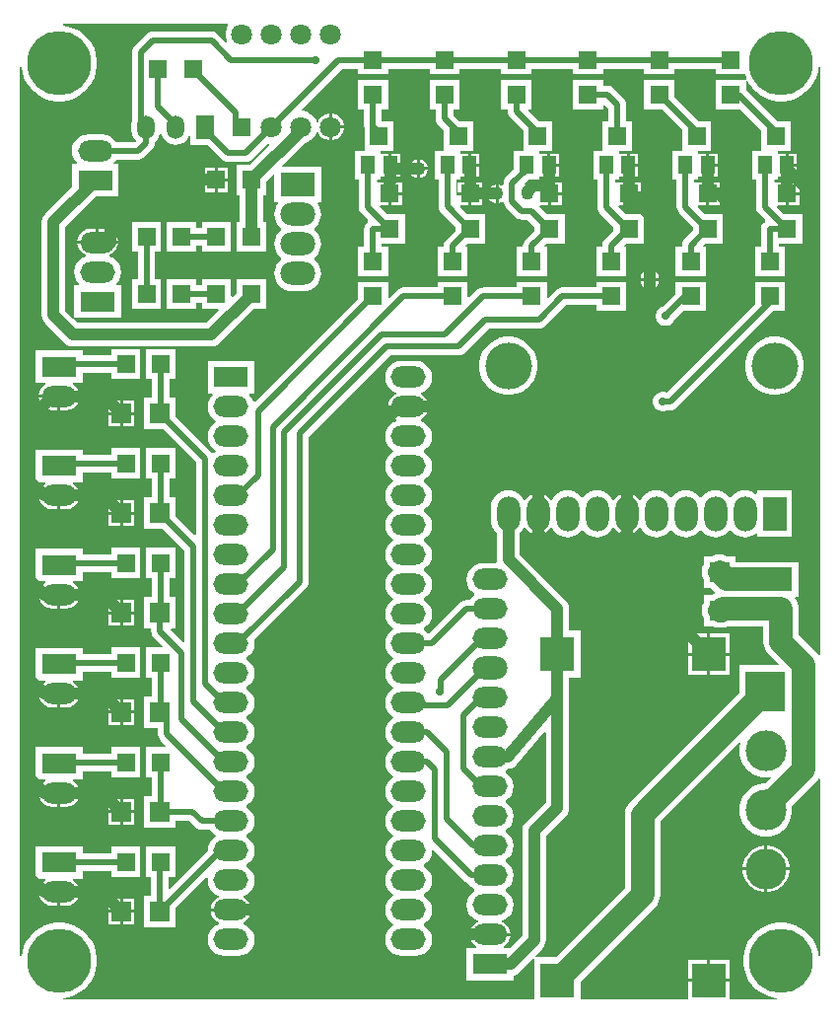
<source format=gtl>
G04*
G04 #@! TF.GenerationSoftware,Altium Limited,Altium Designer,21.3.2 (30)*
G04*
G04 Layer_Physical_Order=1*
G04 Layer_Color=255*
%FSTAX24Y24*%
%MOIN*%
G70*
G04*
G04 #@! TF.SameCoordinates,B2E6FB57-DAF8-471C-B04C-D09EA4292E56*
G04*
G04*
G04 #@! TF.FilePolarity,Positive*
G04*
G01*
G75*
%ADD15R,0.0669X0.0669*%
%ADD16R,0.0591X0.0630*%
%ADD17R,0.0630X0.0591*%
%ADD18R,0.0472X0.0591*%
%ADD19R,0.0591X0.0591*%
%ADD20R,0.0669X0.0669*%
%ADD45C,0.0787*%
%ADD46C,0.0394*%
%ADD47C,0.0197*%
%ADD48C,0.1575*%
%ADD49R,0.0787X0.1181*%
%ADD50O,0.0787X0.1181*%
%ADD51R,0.1181X0.1181*%
%ADD52O,0.1181X0.0709*%
%ADD53R,0.1181X0.0709*%
%ADD54O,0.1181X0.0709*%
%ADD55R,0.1181X0.0709*%
%ADD56O,0.1181X0.0787*%
%ADD57R,0.1181X0.0787*%
%ADD58O,0.0591X0.0787*%
%ADD59R,0.0591X0.0787*%
%ADD60C,0.0709*%
%ADD61C,0.1378*%
%ADD62R,0.1378X0.1378*%
%ADD63C,0.2165*%
%ADD64C,0.0276*%
%ADD65C,0.0433*%
G36*
X007289Y033163D02*
X007238Y033075D01*
X007201Y032935D01*
Y03279D01*
X007238Y032649D01*
X007246Y032635D01*
X007206Y032605D01*
X006941Y032871D01*
X006879Y032918D01*
X006807Y032948D01*
X00673Y032958D01*
X00474D01*
X00474Y032958D01*
X004663Y032948D01*
X004591Y032918D01*
X004529Y032871D01*
X004529Y032871D01*
X004119Y032461D01*
X004072Y032399D01*
X004042Y032327D01*
X004032Y03225D01*
Y030002D01*
X004037Y029963D01*
X004032Y029951D01*
X004015Y029823D01*
Y029626D01*
X004032Y029498D01*
X004082Y029378D01*
X004161Y029275D01*
X004161Y029269D01*
X004127Y029235D01*
X003498D01*
X003425Y02933D01*
X003309Y029418D01*
X003175Y029474D01*
X003031Y029493D01*
X002559D01*
X002415Y029474D01*
X002281Y029418D01*
X002166Y02933D01*
X002078Y029215D01*
X002022Y029081D01*
X002003Y028937D01*
X002022Y028793D01*
X002078Y028659D01*
X002166Y028544D01*
X002177Y028536D01*
X002161Y028488D01*
X002008D01*
Y027711D01*
X001097Y0268D01*
X001034Y026718D01*
X000994Y026622D01*
X000981Y02652D01*
Y023378D01*
X000994Y023276D01*
X001034Y02318D01*
X001097Y023098D01*
X001759Y022436D01*
X001841Y022373D01*
X001937Y022333D01*
X00204Y022319D01*
X006713D01*
X006815Y022333D01*
X006911Y022373D01*
X006993Y022436D01*
X00814Y023583D01*
X008563D01*
Y024606D01*
X007579D01*
Y024144D01*
X007428Y023994D01*
X007382Y024013D01*
Y024606D01*
X006398D01*
Y024392D01*
X006201D01*
Y024606D01*
X005217D01*
Y023583D01*
X006201D01*
Y023797D01*
X006398D01*
Y023583D01*
X006952D01*
X006971Y023537D01*
X006548Y023114D01*
X002204D01*
X002069Y023248D01*
X002097Y023291D01*
X002132Y023291D01*
X003661D01*
Y024394D01*
X003509D01*
X003492Y024441D01*
X003503Y024449D01*
X003592Y024565D01*
X003647Y024699D01*
X003666Y024843D01*
X003647Y024986D01*
X003592Y02512D01*
X003503Y025236D01*
X003388Y025324D01*
X003282Y025368D01*
Y025422D01*
X003339Y025446D01*
X003434Y025518D01*
X003507Y025613D01*
X003553Y025724D01*
X003562Y025793D01*
X002874D01*
X002186D01*
X002195Y025724D01*
X002241Y025613D01*
X002314Y025518D01*
X002409Y025446D01*
X002466Y025422D01*
Y025368D01*
X00236Y025324D01*
X002245Y025236D01*
X002156Y02512D01*
X002101Y024986D01*
X002082Y024843D01*
X002101Y024699D01*
X002156Y024565D01*
X002245Y024449D01*
X002256Y024441D01*
X00224Y024394D01*
X002087D01*
Y02334D01*
X002087Y023302D01*
X002044Y023274D01*
X001775Y023543D01*
Y026355D01*
X002806Y027386D01*
X003583D01*
Y028488D01*
X00343D01*
X003414Y028536D01*
X003425Y028544D01*
X003498Y028639D01*
X00425D01*
X004327Y028649D01*
X004399Y028679D01*
X004461Y028726D01*
X004722Y028988D01*
X004722Y028988D01*
X00477Y02905D01*
X0048Y029122D01*
X00481Y029199D01*
X00481Y029199D01*
Y029234D01*
X004863Y029275D01*
X004942Y029378D01*
X004986Y029485D01*
X004986Y029485D01*
X005037D01*
X005038Y029485D01*
X005082Y029378D01*
X005161Y029275D01*
X005264Y029196D01*
X005383Y029147D01*
X005512Y02913D01*
X00564Y029147D01*
X00576Y029196D01*
X005863Y029275D01*
X005942Y029378D01*
X00597Y029445D01*
X00602Y029435D01*
Y029134D01*
X006583D01*
X007069Y028648D01*
X007131Y0286D01*
X007202Y028571D01*
X00728Y02856D01*
X007882D01*
X007959Y028571D01*
X008031Y0286D01*
X008093Y028648D01*
X008627Y029182D01*
X008661Y029175D01*
X008681Y029125D01*
X008021Y028465D01*
X007579D01*
Y027441D01*
X007674D01*
Y02698D01*
X007674Y026535D01*
X007579D01*
Y025512D01*
X008563D01*
Y026535D01*
X008503D01*
X008468Y026571D01*
X008468Y02698D01*
X008468Y02698D01*
X008468Y02698D01*
Y027441D01*
X008563D01*
Y027883D01*
X008812Y028132D01*
X008858Y028113D01*
Y027197D01*
X008962D01*
X008984Y027152D01*
X008955Y027117D01*
X008901Y027014D01*
X008867Y026903D01*
X008855Y026787D01*
X008867Y026672D01*
X008901Y02656D01*
X008955Y026458D01*
X009029Y026368D01*
X009088Y02632D01*
Y026255D01*
X009029Y026207D01*
X008955Y026117D01*
X008901Y026014D01*
X008867Y025903D01*
X008855Y025787D01*
X008867Y025672D01*
X008901Y02556D01*
X008955Y025458D01*
X009029Y025368D01*
X009088Y02532D01*
Y025255D01*
X009029Y025207D01*
X008955Y025117D01*
X008901Y025014D01*
X008867Y024903D01*
X008855Y024787D01*
X008867Y024672D01*
X008901Y02456D01*
X008955Y024458D01*
X009029Y024368D01*
X009119Y024294D01*
X009222Y024239D01*
X009333Y024205D01*
X009449Y024194D01*
X009843D01*
X009958Y024205D01*
X01007Y024239D01*
X010172Y024294D01*
X010262Y024368D01*
X010336Y024458D01*
X010391Y02456D01*
X010425Y024672D01*
X010436Y024787D01*
X010425Y024903D01*
X010391Y025014D01*
X010336Y025117D01*
X010262Y025207D01*
X010203Y025255D01*
Y02532D01*
X010262Y025368D01*
X010336Y025458D01*
X010391Y02556D01*
X010425Y025672D01*
X010436Y025787D01*
X010425Y025903D01*
X010391Y026014D01*
X010336Y026117D01*
X010262Y026207D01*
X010203Y026255D01*
Y02632D01*
X010262Y026368D01*
X010336Y026458D01*
X010391Y02656D01*
X010425Y026672D01*
X010436Y026787D01*
X010425Y026903D01*
X010391Y027014D01*
X010336Y027117D01*
X010308Y027152D01*
X010329Y027197D01*
X010433D01*
Y028378D01*
X009123D01*
X009104Y028424D01*
X009879Y0292D01*
X009965Y029223D01*
X01009Y029295D01*
X010193Y029398D01*
X010266Y029523D01*
X010277Y029566D01*
X010327D01*
X010329Y029561D01*
X010388Y029457D01*
X010473Y029373D01*
X010577Y029313D01*
X010692Y029282D01*
X010702D01*
Y029736D01*
Y030191D01*
X010692D01*
X010577Y03016D01*
X010473Y0301D01*
X010388Y030015D01*
X010329Y029912D01*
X010327Y029906D01*
X010277D01*
X010266Y029949D01*
X010193Y030075D01*
X01009Y030177D01*
X009965Y03025D01*
X009825Y030287D01*
X00979D01*
X009771Y030334D01*
X011147Y03171D01*
X011674D01*
Y031516D01*
X012698D01*
Y03171D01*
X014095D01*
Y031516D01*
X015119D01*
Y03171D01*
X016516D01*
Y031516D01*
X01754D01*
Y03171D01*
X018937D01*
Y031516D01*
X019961D01*
Y03171D01*
X021358D01*
Y031516D01*
X022382D01*
Y03171D01*
X02378D01*
Y031516D01*
X02476D01*
X024798Y031399D01*
X024816Y031363D01*
X024788Y031325D01*
X024788D01*
X024788Y031325D01*
X024788Y031325D01*
Y031325D01*
X024783Y031319D01*
X02478Y031319D01*
X024778Y031319D01*
X02378D01*
Y030335D01*
X024603D01*
X02532Y029618D01*
Y028937D01*
X025005D01*
Y027953D01*
X02514D01*
Y027023D01*
X02515Y026946D01*
X02518Y026874D01*
X025227Y026812D01*
X02544Y026599D01*
X025434Y026535D01*
X025401Y02651D01*
X025353Y026448D01*
X025323Y026376D01*
X025313Y026299D01*
Y025689D01*
X025099D01*
Y024705D01*
X026123D01*
Y025689D01*
X025909D01*
Y025807D01*
X026693D01*
Y026791D01*
X02609D01*
X025843Y027039D01*
X025862Y027085D01*
X026131D01*
Y02748D01*
Y027876D01*
X025781D01*
X025748Y027918D01*
X025759Y027953D01*
X025871D01*
Y02805D01*
X026136D01*
Y028445D01*
Y02884D01*
X025871D01*
Y028937D01*
X026304D01*
Y029921D01*
X025859D01*
X024803Y030977D01*
Y031277D01*
X024803Y031279D01*
X024814Y031282D01*
X024853Y031291D01*
X02489Y031219D01*
X025008Y031056D01*
X025151Y030914D01*
X025314Y030795D01*
X025493Y030704D01*
X025685Y030642D01*
X025884Y03061D01*
X026085D01*
X026284Y030642D01*
X026475Y030704D01*
X026655Y030795D01*
X026818Y030914D01*
X02696Y031056D01*
X027079Y031219D01*
X02717Y031399D01*
X027232Y03159D01*
X027257Y031749D01*
X027307Y031745D01*
Y011895D01*
X027257Y011882D01*
X027245Y011905D01*
X027172Y011995D01*
X026578Y012589D01*
Y013449D01*
X026566Y013565D01*
X026532Y013676D01*
X026478Y013779D01*
X026449Y013813D01*
X026471Y013858D01*
X026575D01*
Y015039D01*
X025816D01*
X025787Y015042D01*
X024429D01*
Y015236D01*
X024156D01*
X024125Y015253D01*
X024013Y015287D01*
X023898Y015298D01*
X023782Y015287D01*
X023671Y015253D01*
X023639Y015236D01*
X023366D01*
Y014963D01*
X023349Y014932D01*
X023316Y01482D01*
X023304Y014705D01*
X023316Y014589D01*
X023349Y014478D01*
X023366Y014446D01*
Y014173D01*
X02359D01*
X023734Y014029D01*
X023738Y014026D01*
X023726Y013971D01*
X023671Y013954D01*
X023639Y013937D01*
X023366D01*
Y013664D01*
X023349Y013633D01*
X023316Y013521D01*
X023304Y013406D01*
X023316Y01329D01*
X023349Y013178D01*
X023366Y013147D01*
Y012874D01*
X023639D01*
X023671Y012857D01*
X023782Y012823D01*
X023898Y012812D01*
X023972D01*
X024088Y012823D01*
X024193Y012855D01*
X025391D01*
Y012343D01*
X025402Y012227D01*
X025436Y012116D01*
X025491Y012013D01*
X025565Y011923D01*
X025894Y011593D01*
X025875Y011547D01*
X024567D01*
Y010615D01*
X02088Y006928D01*
X020806Y006838D01*
X020751Y006735D01*
X020717Y006624D01*
X020706Y006508D01*
Y004025D01*
X018371Y00169D01*
X017703D01*
X017682Y00174D01*
X017916Y001974D01*
X017979Y002057D01*
X018019Y002153D01*
X018032Y002255D01*
Y005787D01*
X018706Y006461D01*
X018769Y006543D01*
X018809Y006639D01*
X018822Y006742D01*
Y010438D01*
Y011139D01*
X01921D01*
Y012714D01*
X018822D01*
Y013459D01*
X018809Y013562D01*
X018769Y013658D01*
X018706Y01374D01*
X017157Y015289D01*
Y016031D01*
X017179Y01605D01*
X017253Y01614D01*
X017285Y016199D01*
X017289Y016201D01*
X017343Y016202D01*
X017408Y016117D01*
X017511Y016038D01*
X017631Y015988D01*
X01771Y015978D01*
Y016666D01*
Y017355D01*
X017631Y017344D01*
X017511Y017294D01*
X017408Y017215D01*
X017343Y017131D01*
X017289Y017132D01*
X017285Y017134D01*
X017253Y017193D01*
X017179Y017283D01*
X01709Y017357D01*
X016987Y017411D01*
X016876Y017445D01*
X01676Y017457D01*
X016644Y017445D01*
X016533Y017411D01*
X01643Y017357D01*
X01634Y017283D01*
X016266Y017193D01*
X016212Y01709D01*
X016178Y016979D01*
X016166Y016863D01*
Y016469D01*
X016178Y016354D01*
X016212Y016242D01*
X016266Y01614D01*
X01634Y01605D01*
X016363Y016031D01*
Y015125D01*
X016372Y015055D01*
X016334Y015006D01*
X01633Y015005D01*
X015906D01*
X015762Y014986D01*
X015628Y01493D01*
X015512Y014842D01*
X015424Y014727D01*
X015369Y014593D01*
X01535Y014449D01*
X015369Y014305D01*
X015424Y014171D01*
X015512Y014056D01*
X015613Y013978D01*
X015617Y013965D01*
Y013933D01*
X015613Y013919D01*
X015512Y013842D01*
X015439Y013747D01*
X01533D01*
X01533Y013747D01*
X015253Y013736D01*
X015181Y013707D01*
X015119Y013659D01*
X014095Y012635D01*
X014045Y012638D01*
X014015Y012677D01*
X013914Y012754D01*
X01391Y012767D01*
Y0128D01*
X013914Y012813D01*
X014015Y01289D01*
X014103Y013005D01*
X014159Y01314D01*
X014178Y013283D01*
X014159Y013427D01*
X014103Y013561D01*
X014015Y013677D01*
X013914Y013754D01*
X01391Y013767D01*
Y0138D01*
X013914Y013813D01*
X014015Y01389D01*
X014103Y014005D01*
X014159Y01414D01*
X014178Y014283D01*
X014159Y014427D01*
X014103Y014561D01*
X014015Y014677D01*
X013914Y014754D01*
X01391Y014767D01*
Y0148D01*
X013914Y014813D01*
X014015Y01489D01*
X014103Y015005D01*
X014159Y01514D01*
X014178Y015283D01*
X014159Y015427D01*
X014103Y015561D01*
X014015Y015677D01*
X013914Y015754D01*
X01391Y015767D01*
Y0158D01*
X013914Y015813D01*
X014015Y01589D01*
X014103Y016005D01*
X014159Y01614D01*
X014178Y016283D01*
X014159Y016427D01*
X014103Y016561D01*
X014015Y016677D01*
X013914Y016754D01*
X01391Y016767D01*
Y0168D01*
X013914Y016813D01*
X014015Y01689D01*
X014103Y017005D01*
X014159Y01714D01*
X014178Y017283D01*
X014159Y017427D01*
X014103Y017561D01*
X014015Y017677D01*
X013914Y017754D01*
X01391Y017767D01*
Y0178D01*
X013914Y017813D01*
X014015Y01789D01*
X014103Y018005D01*
X014159Y01814D01*
X014178Y018283D01*
X014159Y018427D01*
X014103Y018561D01*
X014015Y018677D01*
X013914Y018754D01*
X01391Y018767D01*
Y0188D01*
X013914Y018813D01*
X014015Y01889D01*
X014103Y019005D01*
X014159Y01914D01*
X014178Y019283D01*
X014159Y019427D01*
X014103Y019561D01*
X014015Y019677D01*
X0139Y019765D01*
X013794Y019809D01*
Y019863D01*
X013851Y019887D01*
X013946Y019959D01*
X014019Y020054D01*
X014065Y020165D01*
X014074Y020233D01*
X012698D01*
X012707Y020165D01*
X012753Y020054D01*
X012826Y019959D01*
X01292Y019887D01*
X012978Y019863D01*
Y019809D01*
X012872Y019765D01*
X012756Y019677D01*
X012668Y019561D01*
X012613Y019427D01*
X012594Y019283D01*
X012613Y01914D01*
X012668Y019005D01*
X012756Y01889D01*
X012857Y018813D01*
X012861Y0188D01*
Y018767D01*
X012857Y018754D01*
X012756Y018677D01*
X012668Y018561D01*
X012613Y018427D01*
X012594Y018283D01*
X012613Y01814D01*
X012668Y018005D01*
X012756Y01789D01*
X012857Y017813D01*
X012861Y0178D01*
Y017767D01*
X012857Y017754D01*
X012756Y017677D01*
X012668Y017561D01*
X012613Y017427D01*
X012594Y017283D01*
X012613Y01714D01*
X012668Y017005D01*
X012756Y01689D01*
X012857Y016813D01*
X012861Y0168D01*
Y016767D01*
X012857Y016754D01*
X012756Y016677D01*
X012668Y016561D01*
X012613Y016427D01*
X012594Y016283D01*
X012613Y01614D01*
X012668Y016005D01*
X012756Y01589D01*
X012857Y015813D01*
X012861Y0158D01*
Y015767D01*
X012857Y015754D01*
X012756Y015677D01*
X012668Y015561D01*
X012613Y015427D01*
X012594Y015283D01*
X012613Y01514D01*
X012668Y015005D01*
X012756Y01489D01*
X012857Y014813D01*
X012861Y0148D01*
Y014767D01*
X012857Y014754D01*
X012756Y014677D01*
X012668Y014561D01*
X012613Y014427D01*
X012594Y014283D01*
X012613Y01414D01*
X012668Y014005D01*
X012756Y01389D01*
X012857Y013813D01*
X012861Y0138D01*
Y013767D01*
X012857Y013754D01*
X012756Y013677D01*
X012668Y013561D01*
X012613Y013427D01*
X012594Y013283D01*
X012613Y01314D01*
X012668Y013005D01*
X012756Y01289D01*
X012857Y012813D01*
X012861Y0128D01*
Y012767D01*
X012857Y012754D01*
X012756Y012677D01*
X012668Y012561D01*
X012613Y012427D01*
X012594Y012283D01*
X012613Y01214D01*
X012668Y012005D01*
X012756Y01189D01*
X012857Y011813D01*
X012861Y0118D01*
Y011767D01*
X012857Y011754D01*
X012756Y011677D01*
X012668Y011561D01*
X012613Y011427D01*
X012594Y011283D01*
X012613Y01114D01*
X012668Y011005D01*
X012756Y01089D01*
X012857Y010813D01*
X012861Y0108D01*
Y010767D01*
X012857Y010754D01*
X012756Y010677D01*
X012668Y010561D01*
X012613Y010427D01*
X012594Y010283D01*
X012613Y01014D01*
X012668Y010005D01*
X012756Y00989D01*
X012857Y009813D01*
X012861Y0098D01*
Y009767D01*
X012857Y009754D01*
X012756Y009677D01*
X012668Y009561D01*
X012613Y009427D01*
X012594Y009283D01*
X012613Y00914D01*
X012668Y009005D01*
X012756Y00889D01*
X012857Y008813D01*
X012861Y0088D01*
Y008767D01*
X012857Y008754D01*
X012756Y008677D01*
X012668Y008561D01*
X012613Y008427D01*
X012594Y008283D01*
X012613Y00814D01*
X012668Y008005D01*
X012756Y00789D01*
X012857Y007813D01*
X012861Y0078D01*
Y007767D01*
X012857Y007754D01*
X012756Y007677D01*
X012668Y007561D01*
X012613Y007427D01*
X012594Y007283D01*
X012613Y00714D01*
X012668Y007005D01*
X012756Y00689D01*
X012857Y006813D01*
X012861Y0068D01*
Y006767D01*
X012857Y006754D01*
X012756Y006677D01*
X012668Y006561D01*
X012613Y006427D01*
X012594Y006283D01*
X012613Y00614D01*
X012668Y006005D01*
X012756Y00589D01*
X012857Y005813D01*
X012861Y0058D01*
Y005767D01*
X012857Y005754D01*
X012756Y005677D01*
X012668Y005561D01*
X012613Y005427D01*
X012594Y005283D01*
X012613Y00514D01*
X012668Y005005D01*
X012756Y00489D01*
X012857Y004813D01*
X012861Y0048D01*
Y004767D01*
X012857Y004754D01*
X012756Y004677D01*
X012668Y004561D01*
X012613Y004427D01*
X012594Y004283D01*
X012613Y00414D01*
X012668Y004005D01*
X012756Y00389D01*
X012857Y003813D01*
X012861Y0038D01*
Y003767D01*
X012857Y003754D01*
X012756Y003677D01*
X012668Y003561D01*
X012613Y003427D01*
X012594Y003283D01*
X012613Y00314D01*
X012668Y003005D01*
X012756Y00289D01*
X012857Y002813D01*
X012861Y0028D01*
Y002767D01*
X012857Y002754D01*
X012756Y002677D01*
X012668Y002561D01*
X012613Y002427D01*
X012594Y002283D01*
X012613Y00214D01*
X012668Y002005D01*
X012756Y00189D01*
X012872Y001802D01*
X013006Y001746D01*
X01315Y001728D01*
X013622D01*
X013766Y001746D01*
X0139Y001802D01*
X014015Y00189D01*
X014103Y002005D01*
X014159Y00214D01*
X014178Y002283D01*
X014159Y002427D01*
X014103Y002561D01*
X014015Y002677D01*
X013914Y002754D01*
X01391Y002767D01*
Y0028D01*
X013914Y002813D01*
X014015Y00289D01*
X014103Y003005D01*
X014159Y00314D01*
X014178Y003283D01*
X014159Y003427D01*
X014103Y003561D01*
X014015Y003677D01*
X013914Y003754D01*
X01391Y003767D01*
Y0038D01*
X013914Y003813D01*
X014015Y00389D01*
X014103Y004005D01*
X014159Y00414D01*
X014178Y004283D01*
X014159Y004427D01*
X014103Y004561D01*
X014015Y004677D01*
X013914Y004754D01*
X01391Y004767D01*
Y0048D01*
X013914Y004813D01*
X014015Y00489D01*
X014103Y005005D01*
X014159Y00514D01*
X014178Y005283D01*
X014175Y005309D01*
X014219Y005331D01*
X015312Y004238D01*
X015312Y004238D01*
X015374Y004191D01*
X015425Y00417D01*
X015512Y004056D01*
X015613Y003978D01*
X015617Y003965D01*
Y003933D01*
X015613Y003919D01*
X015512Y003842D01*
X015424Y003727D01*
X015369Y003593D01*
X01535Y003449D01*
X015369Y003305D01*
X015424Y003171D01*
X015512Y003056D01*
X015628Y002967D01*
X015734Y002923D01*
Y002869D01*
X015676Y002846D01*
X015581Y002773D01*
X015509Y002678D01*
X015463Y002567D01*
X015454Y002499D01*
X016142D01*
X01683D01*
X016821Y002567D01*
X016775Y002678D01*
X016702Y002773D01*
X016607Y002846D01*
X01655Y002869D01*
Y002923D01*
X016656Y002967D01*
X016771Y003056D01*
X016859Y003171D01*
X016915Y003305D01*
X016934Y003449D01*
X016915Y003593D01*
X016859Y003727D01*
X016771Y003842D01*
X01667Y003919D01*
X016666Y003933D01*
Y003965D01*
X01667Y003978D01*
X016771Y004056D01*
X016859Y004171D01*
X016915Y004305D01*
X016934Y004449D01*
X016915Y004593D01*
X016859Y004727D01*
X016771Y004842D01*
X01667Y004919D01*
X016666Y004933D01*
Y004965D01*
X01667Y004978D01*
X016771Y005056D01*
X016859Y005171D01*
X016915Y005305D01*
X016934Y005449D01*
X016915Y005593D01*
X016859Y005727D01*
X016771Y005842D01*
X01667Y005919D01*
X016666Y005933D01*
Y005965D01*
X01667Y005978D01*
X016771Y006056D01*
X016859Y006171D01*
X016915Y006305D01*
X016934Y006449D01*
X016915Y006593D01*
X016859Y006727D01*
X016771Y006842D01*
X01667Y006919D01*
X016666Y006933D01*
Y006965D01*
X01667Y006978D01*
X016771Y007056D01*
X016859Y007171D01*
X016915Y007305D01*
X016934Y007449D01*
X016915Y007593D01*
X016859Y007727D01*
X016771Y007842D01*
X01667Y007919D01*
X016666Y007933D01*
Y007965D01*
X01667Y007978D01*
X016769Y008054D01*
X016784Y008053D01*
X016818Y008061D01*
X016853Y008065D01*
X016869Y008072D01*
X016885Y008075D01*
X016916Y008092D01*
X016949Y008105D01*
X016962Y008115D01*
X016977Y008123D01*
X017003Y008147D01*
X017031Y008168D01*
X017041Y008182D01*
X017054Y008193D01*
X017981Y009294D01*
X018028Y009277D01*
Y006906D01*
X017354Y006233D01*
X017291Y00615D01*
X017252Y006055D01*
X017238Y005952D01*
Y00242D01*
X016818Y002D01*
X016612D01*
X016602Y00205D01*
X016607Y002052D01*
X016702Y002125D01*
X016775Y00222D01*
X016821Y00233D01*
X01683Y002399D01*
X016142D01*
X015454D01*
X015463Y00233D01*
X015509Y00222D01*
X015581Y002125D01*
X015676Y002052D01*
X015681Y00205D01*
X015671Y002D01*
X015354D01*
Y000898D01*
X016929D01*
Y001065D01*
X016932Y001065D01*
X017027Y001105D01*
X01711Y001168D01*
X017585Y001644D01*
X017635Y001623D01*
Y000252D01*
X00172D01*
X001716Y000302D01*
X001874Y000327D01*
X002066Y000389D01*
X002245Y00048D01*
X002408Y000599D01*
X002551Y000741D01*
X002669Y000904D01*
X002761Y001084D01*
X002823Y001275D01*
X002854Y001474D01*
Y001675D01*
X002823Y001874D01*
X002761Y002066D01*
X002669Y002245D01*
X002551Y002408D01*
X002408Y002551D01*
X002245Y002669D01*
X002066Y002761D01*
X001874Y002823D01*
X001675Y002854D01*
X001474D01*
X001275Y002823D01*
X001084Y002761D01*
X000904Y002669D01*
X000741Y002551D01*
X000599Y002408D01*
X00048Y002245D01*
X000389Y002066D01*
X000327Y001874D01*
X000302Y001716D01*
X000252Y00172D01*
Y031745D01*
X000302Y031749D01*
X000327Y03159D01*
X000389Y031399D01*
X00048Y031219D01*
X000599Y031056D01*
X000741Y030914D01*
X000904Y030795D01*
X001084Y030704D01*
X001275Y030642D01*
X001474Y03061D01*
X001675D01*
X001874Y030642D01*
X002066Y030704D01*
X002245Y030795D01*
X002408Y030914D01*
X002551Y031056D01*
X002669Y031219D01*
X002761Y031399D01*
X002823Y03159D01*
X002854Y031789D01*
Y03199D01*
X002823Y032189D01*
X002761Y032381D01*
X002669Y03256D01*
X002551Y032723D01*
X002408Y032866D01*
X002245Y032984D01*
X002066Y033076D01*
X001874Y033138D01*
X001716Y033163D01*
X00172Y033213D01*
X00726D01*
X007289Y033163D01*
D02*
G37*
G36*
X024622Y008922D02*
X024621Y00892D01*
X024587Y008749D01*
Y008574D01*
X024621Y008403D01*
X024687Y008242D01*
X024784Y008097D01*
X024908Y007973D01*
X025053Y007876D01*
X025214Y00781D01*
X025385Y007776D01*
X02556D01*
X025603Y007784D01*
X025626Y00774D01*
X025433Y007547D01*
X025385D01*
X025214Y007513D01*
X025053Y007446D01*
X024908Y007349D01*
X024784Y007226D01*
X024687Y007081D01*
X024621Y00692D01*
X024587Y006749D01*
Y006574D01*
X024621Y006403D01*
X024687Y006242D01*
X024784Y006097D01*
X024908Y005973D01*
X025053Y005876D01*
X025214Y00581D01*
X025385Y005776D01*
X02556D01*
X025731Y00581D01*
X025892Y005876D01*
X026037Y005973D01*
X026161Y006097D01*
X026257Y006242D01*
X026324Y006403D01*
X026358Y006574D01*
Y006749D01*
X026351Y006786D01*
X027172Y007607D01*
X027245Y007697D01*
X027257Y007719D01*
X027307Y007707D01*
Y00172D01*
X027257Y001716D01*
X027232Y001874D01*
X02717Y002066D01*
X027079Y002245D01*
X02696Y002408D01*
X026818Y002551D01*
X026655Y002669D01*
X026475Y002761D01*
X026284Y002823D01*
X026085Y002854D01*
X025884D01*
X025685Y002823D01*
X025493Y002761D01*
X025314Y002669D01*
X025151Y002551D01*
X025008Y002408D01*
X02489Y002245D01*
X024798Y002066D01*
X024736Y001874D01*
X024705Y001675D01*
Y001474D01*
X024736Y001275D01*
X024798Y001084D01*
X02489Y000904D01*
X025008Y000741D01*
X025151Y000599D01*
X025314Y00048D01*
X025493Y000389D01*
X025685Y000327D01*
X025843Y000302D01*
X025839Y000252D01*
X024231D01*
Y000853D01*
X023541D01*
X02285D01*
Y000252D01*
X01921D01*
Y000851D01*
X021719Y00336D01*
X021793Y00345D01*
X021847Y003552D01*
X021881Y003664D01*
X021893Y00378D01*
Y006262D01*
X02458Y00895D01*
X024622Y008922D01*
D02*
G37*
%LPC*%
G36*
X010812Y030191D02*
X010802D01*
Y029786D01*
X011206D01*
Y029796D01*
X011175Y029912D01*
X011116Y030015D01*
X011031Y0301D01*
X010927Y03016D01*
X010812Y030191D01*
D02*
G37*
G36*
X011206Y029686D02*
X010802D01*
Y029282D01*
X010812D01*
X010927Y029313D01*
X011031Y029373D01*
X011116Y029457D01*
X011175Y029561D01*
X011206Y029676D01*
Y029686D01*
D02*
G37*
G36*
X026522Y02884D02*
X026236D01*
Y028495D01*
X026522D01*
Y02884D01*
D02*
G37*
G36*
X023837D02*
X023551D01*
Y028495D01*
X023837D01*
Y02884D01*
D02*
G37*
G36*
X021152D02*
X020866D01*
Y028495D01*
X021152D01*
Y02884D01*
D02*
G37*
G36*
X018467D02*
X018181D01*
Y028495D01*
X018467D01*
Y02884D01*
D02*
G37*
G36*
X015782D02*
X015496D01*
Y028495D01*
X015782D01*
Y02884D01*
D02*
G37*
G36*
X013097D02*
X01281D01*
Y028495D01*
X013097D01*
Y02884D01*
D02*
G37*
G36*
X01378Y028644D02*
Y02838D01*
X014044D01*
X014025Y028452D01*
X013983Y028524D01*
X013924Y028583D01*
X013852Y028625D01*
X01378Y028644D01*
D02*
G37*
G36*
X01368D02*
X013608Y028625D01*
X013536Y028583D01*
X013477Y028524D01*
X013435Y028452D01*
X013416Y02838D01*
X01368D01*
Y028644D01*
D02*
G37*
G36*
X026522Y028395D02*
X026236D01*
Y02805D01*
X026522D01*
Y028395D01*
D02*
G37*
G36*
X023837D02*
X023551D01*
Y02805D01*
X023837D01*
Y028395D01*
D02*
G37*
G36*
X021152D02*
X020866D01*
Y02805D01*
X021152D01*
Y028395D01*
D02*
G37*
G36*
X018467D02*
X018181D01*
Y02805D01*
X018467D01*
Y028395D01*
D02*
G37*
G36*
X015782D02*
X015496D01*
Y02805D01*
X015782D01*
Y028395D01*
D02*
G37*
G36*
X013097D02*
X01281D01*
Y02805D01*
X013097D01*
Y028395D01*
D02*
G37*
G36*
X014044Y02828D02*
X01378D01*
Y028016D01*
X013852Y028035D01*
X013924Y028077D01*
X013983Y028136D01*
X014025Y028208D01*
X014044Y02828D01*
D02*
G37*
G36*
X01368D02*
X013416D01*
X013435Y028208D01*
X013477Y028136D01*
X013536Y028077D01*
X013608Y028035D01*
X01368Y028016D01*
Y02828D01*
D02*
G37*
G36*
X007285Y028368D02*
X00694D01*
Y028003D01*
X007285D01*
Y028368D01*
D02*
G37*
G36*
X00684D02*
X006495D01*
Y028003D01*
X00684D01*
Y028368D01*
D02*
G37*
G36*
X01754Y031319D02*
X016516D01*
Y030335D01*
X01673D01*
Y030276D01*
X01674Y030199D01*
X01677Y030127D01*
X016817Y030065D01*
X017264Y029618D01*
Y028937D01*
X016949D01*
Y028315D01*
X016679Y028045D01*
X016632Y027983D01*
X016602Y027911D01*
X016592Y027834D01*
Y02778D01*
X016542Y027751D01*
X0165Y027775D01*
X016428Y027795D01*
Y02748D01*
Y027166D01*
X0165Y027185D01*
X016544Y027211D01*
X016598Y027184D01*
X016602Y027152D01*
X016632Y02708D01*
X016679Y027018D01*
X017006Y026691D01*
X017006Y026691D01*
X017068Y026644D01*
X01714Y026614D01*
X017217Y026604D01*
X017404D01*
X017638Y02637D01*
Y026228D01*
X017345Y025936D01*
X017298Y025874D01*
X017268Y025802D01*
X017258Y025725D01*
Y025689D01*
X017044D01*
Y024705D01*
X018068D01*
Y025689D01*
X018006D01*
X017987Y025735D01*
X018059Y025807D01*
X018661D01*
Y026791D01*
X018059D01*
X017811Y027039D01*
X017831Y027085D01*
X0181D01*
Y02748D01*
Y027876D01*
X017735D01*
Y027637D01*
X017685Y027623D01*
X017655Y027675D01*
X017596Y027734D01*
X017524Y027775D01*
X017452Y027795D01*
Y02748D01*
X017352D01*
Y027795D01*
X017339Y027791D01*
X017313Y027836D01*
X01743Y027953D01*
X017816D01*
Y02805D01*
X018081D01*
Y028445D01*
Y02884D01*
X017816D01*
Y028937D01*
X018249D01*
Y029921D01*
X017804D01*
X017437Y030288D01*
X017456Y030335D01*
X01754D01*
Y031319D01*
D02*
G37*
G36*
X007285Y027903D02*
X00694D01*
Y027538D01*
X007285D01*
Y027903D01*
D02*
G37*
G36*
X00684D02*
X006495D01*
Y027538D01*
X00684D01*
Y027903D01*
D02*
G37*
G36*
X026231Y027876D02*
Y02753D01*
X026596D01*
Y027876D01*
X026231D01*
D02*
G37*
G36*
X023554D02*
Y02753D01*
X023919D01*
Y027876D01*
X023554D01*
D02*
G37*
G36*
X021242D02*
X020877D01*
Y02753D01*
X021242D01*
Y027876D01*
D02*
G37*
G36*
X018565D02*
X0182D01*
Y02753D01*
X018565D01*
Y027876D01*
D02*
G37*
G36*
X015887D02*
X015522D01*
Y02753D01*
X015887D01*
Y027876D01*
D02*
G37*
G36*
X015422D02*
X015057D01*
Y02753D01*
X015422D01*
Y027876D01*
D02*
G37*
G36*
X016328Y027795D02*
X016256Y027775D01*
X016184Y027734D01*
X016125Y027675D01*
X016083Y027602D01*
X016064Y02753D01*
X016328D01*
Y027795D01*
D02*
G37*
G36*
X012806Y027876D02*
Y02753D01*
X013171D01*
Y027876D01*
X012806D01*
D02*
G37*
G36*
X016328Y02743D02*
X016064D01*
X016083Y027358D01*
X016125Y027286D01*
X016184Y027227D01*
X016256Y027185D01*
X016328Y027166D01*
Y02743D01*
D02*
G37*
G36*
X026596Y02743D02*
X026231D01*
Y027085D01*
X026596D01*
Y02743D01*
D02*
G37*
G36*
X023919D02*
X023554D01*
Y027085D01*
X023919D01*
Y02743D01*
D02*
G37*
G36*
X021242D02*
X020877D01*
Y027085D01*
X021242D01*
Y02743D01*
D02*
G37*
G36*
X018565D02*
X0182D01*
Y027085D01*
X018565D01*
Y02743D01*
D02*
G37*
G36*
X015887D02*
X015522D01*
Y027085D01*
X015887D01*
Y02743D01*
D02*
G37*
G36*
X013171Y02743D02*
X012806D01*
Y027085D01*
X013171D01*
Y02743D01*
D02*
G37*
G36*
X007382Y026535D02*
X006398D01*
Y026321D01*
X006201D01*
Y026535D01*
X005216D01*
Y025512D01*
X006201D01*
Y025726D01*
X006398D01*
Y025512D01*
X007382D01*
Y026535D01*
D02*
G37*
G36*
X00311Y026301D02*
X002924D01*
Y025893D01*
X003562D01*
X003553Y025961D01*
X003507Y026072D01*
X003434Y026167D01*
X003339Y026239D01*
X003229Y026285D01*
X00311Y026301D01*
D02*
G37*
G36*
X002824D02*
X002638D01*
X002519Y026285D01*
X002409Y026239D01*
X002314Y026167D01*
X002241Y026072D01*
X002195Y025961D01*
X002186Y025893D01*
X002824D01*
Y026301D01*
D02*
G37*
G36*
X019961Y031319D02*
X018937D01*
Y030335D01*
X019961D01*
Y030489D01*
X020011Y030509D01*
X020144Y030377D01*
Y029921D01*
X019949D01*
Y028937D01*
X019634D01*
Y027953D01*
X01977D01*
Y027039D01*
X01978Y026962D01*
X01981Y02689D01*
X019857Y026828D01*
X020315Y02637D01*
Y026228D01*
X02003Y025944D01*
X019983Y025882D01*
X019953Y02581D01*
X019943Y025733D01*
Y025689D01*
X019729D01*
Y024705D01*
X020753D01*
Y025689D01*
X020683D01*
X020664Y025735D01*
X020736Y025807D01*
X021339D01*
Y026791D01*
X020736D01*
X020489Y027039D01*
X020508Y027085D01*
X020777D01*
Y02748D01*
Y027876D01*
X020412D01*
Y027876D01*
X020365Y027884D01*
Y027953D01*
X020501D01*
Y02805D01*
X020766D01*
Y028445D01*
Y02884D01*
X020501D01*
Y028937D01*
X020934D01*
Y029921D01*
X020739D01*
Y0305D01*
X020739Y0305D01*
X020729Y030577D01*
X020699Y030649D01*
X020652Y030711D01*
X020652Y030711D01*
X020325Y031037D01*
X020264Y031085D01*
X020192Y031114D01*
X020115Y031125D01*
X019961D01*
Y031319D01*
D02*
G37*
G36*
X012698D02*
X011674D01*
Y030335D01*
X011888D01*
Y029748D01*
X011894Y0297D01*
Y028937D01*
X011579D01*
Y027953D01*
X011715D01*
Y027023D01*
X011725Y026946D01*
X011754Y026874D01*
X011802Y026812D01*
X012014Y0266D01*
X012015Y026599D01*
X012008Y026535D01*
X011975Y02651D01*
X011928Y026448D01*
X011898Y026376D01*
X011888Y026299D01*
Y025689D01*
X011674D01*
Y024705D01*
X012698D01*
Y025689D01*
X012484D01*
Y025807D01*
X013268D01*
Y026791D01*
X012665D01*
X012418Y027039D01*
X012437Y027085D01*
X012706D01*
Y02748D01*
Y027876D01*
X012356D01*
X012323Y027918D01*
X012334Y027953D01*
X012445D01*
Y02805D01*
X01271D01*
Y028445D01*
Y02884D01*
X012445D01*
Y028937D01*
X012879D01*
Y029921D01*
X012484D01*
Y030335D01*
X012698D01*
Y031319D01*
D02*
G37*
G36*
X022382D02*
X021358D01*
Y030335D01*
X021961D01*
X022634Y029661D01*
Y028937D01*
X02232D01*
Y027953D01*
X022455D01*
Y027031D01*
X022465Y026954D01*
X022495Y026882D01*
X022542Y02682D01*
X022992Y02637D01*
Y026228D01*
X022715Y025952D01*
X022668Y02589D01*
X022638Y025818D01*
X022628Y025741D01*
Y025689D01*
X022414D01*
Y024705D01*
X023438D01*
Y025689D01*
X02336D01*
X023341Y025735D01*
X023413Y025807D01*
X024016D01*
Y026791D01*
X023413D01*
X023166Y027039D01*
X023185Y027085D01*
X023454D01*
Y02748D01*
Y027876D01*
X023089D01*
X02305Y027903D01*
Y027953D01*
X023186D01*
Y02805D01*
X023451D01*
Y028445D01*
Y02884D01*
X023186D01*
Y028937D01*
X023619D01*
Y029921D01*
X023217D01*
X022382Y030756D01*
Y031319D01*
D02*
G37*
G36*
X015119D02*
X014095D01*
Y030335D01*
X014309D01*
Y030012D01*
X014319Y029935D01*
X014349Y029863D01*
X014396Y029801D01*
X014579Y029618D01*
Y028937D01*
X014264D01*
Y027953D01*
X0144D01*
Y027054D01*
X01441Y026977D01*
X01444Y026906D01*
X014487Y026844D01*
X014961Y02637D01*
Y026228D01*
X01466Y025928D01*
X014613Y025866D01*
X014583Y025794D01*
X014573Y025717D01*
Y025689D01*
X014359D01*
Y024705D01*
X015383D01*
Y025689D01*
X015329D01*
X01531Y025735D01*
X015382Y025807D01*
X015984D01*
Y026791D01*
X015382D01*
X015134Y027039D01*
X015153Y027085D01*
X015422D01*
Y02743D01*
X015057D01*
Y027227D01*
X015007Y027201D01*
X014995Y027209D01*
Y027953D01*
X015131D01*
Y02805D01*
X015396D01*
Y028445D01*
Y02884D01*
X015131D01*
Y028937D01*
X015564D01*
Y029921D01*
X015119D01*
X014905Y030135D01*
Y030335D01*
X015119D01*
Y031319D01*
D02*
G37*
G36*
X02159Y024904D02*
Y02464D01*
X021854D01*
X021835Y024712D01*
X021793Y024784D01*
X021734Y024843D01*
X021662Y024885D01*
X02159Y024904D01*
D02*
G37*
G36*
X02149D02*
X021418Y024885D01*
X021346Y024843D01*
X021287Y024784D01*
X021245Y024712D01*
X021226Y02464D01*
X02149D01*
Y024904D01*
D02*
G37*
G36*
X018068Y024508D02*
X017044D01*
Y024314D01*
X015899D01*
X015899Y024314D01*
X01586Y024309D01*
X015822Y024303D01*
X01575Y024274D01*
X015688Y024226D01*
X015429Y023967D01*
X015383Y023986D01*
Y024508D01*
X014359D01*
Y024314D01*
X013214D01*
X013214Y024314D01*
X013137Y024303D01*
X013065Y024274D01*
X013003Y024226D01*
X012744Y023967D01*
X012698Y023986D01*
Y024508D01*
X011674D01*
Y023925D01*
X008202Y020453D01*
X008143Y020465D01*
X008104Y020561D01*
X008015Y020677D01*
X008004Y020685D01*
X00802Y020732D01*
X008173D01*
Y021835D01*
X006598D01*
Y020732D01*
X006751D01*
X006767Y020685D01*
X006756Y020677D01*
X006668Y020561D01*
X006613Y020427D01*
X006594Y020283D01*
X006613Y02014D01*
X006668Y020005D01*
X006756Y01989D01*
X006857Y019813D01*
X006861Y0198D01*
Y019767D01*
X006857Y019754D01*
X006756Y019677D01*
X006668Y019561D01*
X006613Y019427D01*
X006594Y019283D01*
X006613Y01914D01*
X006668Y019005D01*
X006756Y01889D01*
X006857Y018813D01*
X006861Y0188D01*
Y018767D01*
X006857Y018754D01*
X0068Y01871D01*
X006733Y018721D01*
X006711Y01875D01*
X005512Y019949D01*
Y020591D01*
X005309D01*
Y02122D01*
X005503D01*
Y022244D01*
X004519D01*
Y02122D01*
X004713D01*
Y020591D01*
X004449D01*
Y019528D01*
X005091D01*
X006202Y018416D01*
Y015958D01*
X006156Y015939D01*
X005512Y016583D01*
Y017225D01*
X005309D01*
Y017854D01*
X005503D01*
Y018878D01*
X004519D01*
Y017854D01*
X004713D01*
Y017225D01*
X004449D01*
Y016162D01*
X005091D01*
X005808Y015444D01*
Y012351D01*
X005762Y012332D01*
X005345Y012749D01*
X005364Y012795D01*
X005512D01*
Y013858D01*
X005309D01*
Y014488D01*
X005503D01*
Y015512D01*
X004519D01*
Y014488D01*
X004713D01*
Y013858D01*
X004449D01*
Y012795D01*
X004683D01*
Y012693D01*
X004693Y012615D01*
X004722Y012544D01*
X00477Y012482D01*
X00506Y012192D01*
X005041Y012146D01*
X004519D01*
Y011122D01*
X004713D01*
Y010492D01*
X004449D01*
Y009429D01*
X004919D01*
Y009216D01*
X004929Y009139D01*
X004959Y009068D01*
X005006Y009006D01*
X005186Y008826D01*
X005167Y008779D01*
X004519D01*
Y007756D01*
X004713D01*
Y007126D01*
X004449D01*
Y006063D01*
X005512D01*
Y006297D01*
X005959D01*
X006183Y006073D01*
X006183Y006073D01*
X006245Y006026D01*
X006317Y005996D01*
X006394Y005986D01*
X006683D01*
X006756Y00589D01*
X006857Y005813D01*
X006861Y0058D01*
Y005767D01*
X006857Y005754D01*
X006756Y005677D01*
X006668Y005561D01*
X006613Y005427D01*
X006594Y005283D01*
X006596Y005265D01*
X005324Y003994D01*
X005278Y004013D01*
Y00439D01*
X005503D01*
Y005413D01*
X004519D01*
Y00439D01*
X004683D01*
Y00376D01*
X004449D01*
Y002697D01*
X005512D01*
Y003339D01*
X006556Y004383D01*
X006604Y00436D01*
X006594Y004283D01*
X006613Y00414D01*
X006668Y004005D01*
X006756Y00389D01*
X006872Y003802D01*
X006978Y003758D01*
Y003704D01*
X00692Y00368D01*
X006826Y003607D01*
X006753Y003513D01*
X006707Y003402D01*
X006698Y003333D01*
X008074D01*
X008065Y003402D01*
X008019Y003513D01*
X007946Y003607D01*
X007851Y00368D01*
X007794Y003704D01*
Y003758D01*
X0079Y003802D01*
X008015Y00389D01*
X008104Y004005D01*
X008159Y00414D01*
X008178Y004283D01*
X008159Y004427D01*
X008104Y004561D01*
X008015Y004677D01*
X007914Y004754D01*
X00791Y004767D01*
Y0048D01*
X007914Y004813D01*
X008015Y00489D01*
X008104Y005005D01*
X008159Y00514D01*
X008178Y005283D01*
X008159Y005427D01*
X008104Y005561D01*
X008015Y005677D01*
X007914Y005754D01*
X00791Y005767D01*
Y0058D01*
X007914Y005813D01*
X008015Y00589D01*
X008104Y006005D01*
X008159Y00614D01*
X008178Y006283D01*
X008159Y006427D01*
X008104Y006561D01*
X008015Y006677D01*
X007914Y006754D01*
X00791Y006767D01*
Y0068D01*
X007914Y006813D01*
X008015Y00689D01*
X008104Y007005D01*
X008159Y00714D01*
X008178Y007283D01*
X008159Y007427D01*
X008104Y007561D01*
X008015Y007677D01*
X007914Y007754D01*
X00791Y007767D01*
Y0078D01*
X007914Y007813D01*
X008015Y00789D01*
X008104Y008005D01*
X008159Y00814D01*
X008178Y008283D01*
X008159Y008427D01*
X008104Y008561D01*
X008015Y008677D01*
X007914Y008754D01*
X00791Y008767D01*
Y0088D01*
X007914Y008813D01*
X008015Y00889D01*
X008104Y009005D01*
X008159Y00914D01*
X008178Y009283D01*
X008159Y009427D01*
X008104Y009561D01*
X008015Y009677D01*
X007914Y009754D01*
X00791Y009767D01*
Y0098D01*
X007914Y009813D01*
X008015Y00989D01*
X008104Y010005D01*
X008159Y01014D01*
X008178Y010283D01*
X008159Y010427D01*
X008104Y010561D01*
X008015Y010677D01*
X007914Y010754D01*
X00791Y010767D01*
Y0108D01*
X007914Y010813D01*
X008015Y01089D01*
X008104Y011005D01*
X008159Y01114D01*
X008178Y011283D01*
X008159Y011427D01*
X008104Y011561D01*
X008015Y011677D01*
X007914Y011754D01*
X00791Y011767D01*
Y0118D01*
X007914Y011813D01*
X008015Y01189D01*
X008104Y012005D01*
X008159Y01214D01*
X008178Y012283D01*
X008162Y012403D01*
X009918Y014158D01*
X009965Y01422D01*
X009995Y014292D01*
X010005Y014369D01*
Y019273D01*
X012762Y022029D01*
X015083D01*
X01516Y022039D01*
X015232Y022069D01*
X015293Y022116D01*
X016108Y022931D01*
X017796D01*
X017873Y022941D01*
X017945Y02297D01*
X018007Y023018D01*
X018707Y023718D01*
X019729D01*
Y023524D01*
X020753D01*
Y024508D01*
X019729D01*
Y024314D01*
X018584D01*
X018584Y024314D01*
X018507Y024303D01*
X018435Y024274D01*
X018373Y024226D01*
X018373Y024226D01*
X018114Y023967D01*
X018068Y023986D01*
Y024508D01*
D02*
G37*
G36*
X021854Y02454D02*
X02159D01*
Y024276D01*
X021662Y024295D01*
X021734Y024337D01*
X021793Y024396D01*
X021835Y024468D01*
X021854Y02454D01*
D02*
G37*
G36*
X02149D02*
X021226D01*
X021245Y024468D01*
X021287Y024396D01*
X021346Y024337D01*
X021418Y024295D01*
X02149Y024276D01*
Y02454D01*
D02*
G37*
G36*
X00502Y026535D02*
X004035D01*
Y025512D01*
X00423D01*
Y02505D01*
X00423Y02505D01*
X00423Y02505D01*
X00423Y024642D01*
X004194Y024606D01*
X004035D01*
Y023583D01*
X00502D01*
Y024606D01*
X004825D01*
X004825Y02505D01*
Y025512D01*
X00502D01*
Y026535D01*
D02*
G37*
G36*
X023438Y024508D02*
X022414D01*
Y02411D01*
X021969Y023666D01*
X021942Y023658D01*
X021866Y023614D01*
X021804Y023552D01*
X02176Y023476D01*
X021737Y023391D01*
Y023302D01*
X02176Y023217D01*
X021804Y023141D01*
X021866Y023079D01*
X021942Y023035D01*
X022027Y023012D01*
X022116D01*
X022201Y023035D01*
X022277Y023079D01*
X022339Y023141D01*
X022383Y023217D01*
X022391Y023244D01*
X02267Y023524D01*
X023438D01*
Y024508D01*
D02*
G37*
G36*
X004322Y022244D02*
X003338D01*
Y02203D01*
X002362D01*
Y022181D01*
X000787D01*
Y021079D01*
X001104D01*
X001114Y021029D01*
X001109Y021027D01*
X001015Y020954D01*
X000942Y020859D01*
X000896Y020749D01*
X000887Y02068D01*
X001575D01*
X002263D01*
X002254Y020749D01*
X002208Y020859D01*
X002135Y020954D01*
X00204Y021027D01*
X002035Y021029D01*
X002045Y021079D01*
X002362D01*
Y021434D01*
X003338D01*
Y02122D01*
X004322D01*
Y022244D01*
D02*
G37*
G36*
X026123Y024508D02*
X025099D01*
Y023749D01*
X022121Y020771D01*
X022119Y020772D01*
X022034Y020795D01*
X021946D01*
X021861Y020772D01*
X021785Y020728D01*
X021722Y020665D01*
X021678Y020589D01*
X021655Y020504D01*
Y020416D01*
X021678Y020331D01*
X021722Y020255D01*
X021785Y020192D01*
X021861Y020148D01*
X021946Y020125D01*
X022034D01*
X022119Y020148D01*
X022143Y020162D01*
X022231D01*
X022308Y020172D01*
X02238Y020202D01*
X022442Y020249D01*
X025716Y023524D01*
X026123D01*
Y024508D01*
D02*
G37*
G36*
X025857Y022651D02*
X025663D01*
X025473Y022613D01*
X025294Y022539D01*
X025132Y022431D01*
X024995Y022294D01*
X024888Y022133D01*
X024813Y021953D01*
X024776Y021763D01*
Y021569D01*
X024813Y021379D01*
X024888Y0212D01*
X024995Y021039D01*
X025132Y020902D01*
X025294Y020794D01*
X025473Y02072D01*
X025663Y020682D01*
X025857D01*
X026047Y02072D01*
X026226Y020794D01*
X026387Y020902D01*
X026524Y021039D01*
X026632Y0212D01*
X026706Y021379D01*
X026744Y021569D01*
Y021763D01*
X026706Y021953D01*
X026632Y022133D01*
X026524Y022294D01*
X026387Y022431D01*
X026226Y022539D01*
X026047Y022613D01*
X025857Y022651D01*
D02*
G37*
G36*
X016857D02*
X016663D01*
X016473Y022613D01*
X016294Y022539D01*
X016132Y022431D01*
X015995Y022294D01*
X015888Y022133D01*
X015813Y021953D01*
X015776Y021763D01*
Y021569D01*
X015813Y021379D01*
X015888Y0212D01*
X015995Y021039D01*
X016132Y020902D01*
X016294Y020794D01*
X016473Y02072D01*
X016663Y020682D01*
X016857D01*
X017047Y02072D01*
X017226Y020794D01*
X017387Y020902D01*
X017524Y021039D01*
X017632Y0212D01*
X017706Y021379D01*
X017744Y021569D01*
Y021763D01*
X017706Y021953D01*
X017632Y022133D01*
X017524Y022294D01*
X017387Y022431D01*
X017226Y022539D01*
X017047Y022613D01*
X016857Y022651D01*
D02*
G37*
G36*
X013622Y021839D02*
X01315D01*
X013006Y02182D01*
X012872Y021765D01*
X012756Y021677D01*
X012668Y021561D01*
X012613Y021427D01*
X012594Y021283D01*
X012613Y02114D01*
X012668Y021005D01*
X012756Y02089D01*
X012872Y020802D01*
X012978Y020758D01*
Y020704D01*
X01292Y02068D01*
X012826Y020607D01*
X012753Y020513D01*
X012707Y020402D01*
X012698Y020333D01*
X014074D01*
X014065Y020402D01*
X014019Y020513D01*
X013946Y020607D01*
X013851Y02068D01*
X013794Y020704D01*
Y020758D01*
X0139Y020802D01*
X014015Y02089D01*
X014103Y021005D01*
X014159Y02114D01*
X014178Y021283D01*
X014159Y021427D01*
X014103Y021561D01*
X014015Y021677D01*
X0139Y021765D01*
X013766Y02182D01*
X013622Y021839D01*
D02*
G37*
G36*
X002263Y02058D02*
X001625D01*
Y020172D01*
X001811D01*
X00193Y020187D01*
X00204Y020233D01*
X002135Y020306D01*
X002208Y020401D01*
X002254Y020511D01*
X002263Y02058D01*
D02*
G37*
G36*
X001525D02*
X000887D01*
X000896Y020511D01*
X000942Y020401D01*
X001015Y020306D01*
X001109Y020233D01*
X00122Y020187D01*
X001339Y020172D01*
X001525D01*
Y02058D01*
D02*
G37*
G36*
X004116Y020494D02*
X003731D01*
Y020109D01*
X004116D01*
Y020494D01*
D02*
G37*
G36*
X003631D02*
X003246D01*
Y020109D01*
X003631D01*
Y020494D01*
D02*
G37*
G36*
X004116Y020009D02*
X003731D01*
Y019625D01*
X004116D01*
Y020009D01*
D02*
G37*
G36*
X003631D02*
X003246D01*
Y019625D01*
X003631D01*
Y020009D01*
D02*
G37*
G36*
X004322Y018878D02*
X003338D01*
Y018664D01*
X002362D01*
Y018832D01*
X000787D01*
Y017729D01*
X001104D01*
X001114Y017679D01*
X001109Y017677D01*
X001015Y017604D01*
X000942Y017509D01*
X000896Y017399D01*
X000887Y01733D01*
X001575D01*
X002263D01*
X002254Y017399D01*
X002208Y017509D01*
X002135Y017604D01*
X00204Y017677D01*
X002035Y017679D01*
X002045Y017729D01*
X002362D01*
Y018068D01*
X003338D01*
Y017854D01*
X004322D01*
Y018878D01*
D02*
G37*
G36*
X02476Y017457D02*
X024644Y017445D01*
X024533Y017411D01*
X02443Y017357D01*
X02434Y017283D01*
X024292Y017224D01*
X024228D01*
X024179Y017283D01*
X02409Y017357D01*
X023987Y017411D01*
X023876Y017445D01*
X02376Y017457D01*
X023644Y017445D01*
X023533Y017411D01*
X02343Y017357D01*
X02334Y017283D01*
X023292Y017224D01*
X023228D01*
X023179Y017283D01*
X023089Y017357D01*
X022987Y017411D01*
X022876Y017445D01*
X02276Y017457D01*
X022644Y017445D01*
X022533Y017411D01*
X02243Y017357D01*
X02234Y017283D01*
X022292Y017224D01*
X022228D01*
X022179Y017283D01*
X02209Y017357D01*
X021987Y017411D01*
X021876Y017445D01*
X02176Y017457D01*
X021644Y017445D01*
X021533Y017411D01*
X02143Y017357D01*
X02134Y017283D01*
X021266Y017193D01*
X021235Y017134D01*
X02123Y017132D01*
X021177Y017131D01*
X021112Y017215D01*
X021009Y017294D01*
X020889Y017344D01*
X02081Y017355D01*
Y016666D01*
Y015978D01*
X020889Y015988D01*
X021009Y016038D01*
X021112Y016117D01*
X021177Y016202D01*
X02123Y016201D01*
X021235Y016199D01*
X021266Y01614D01*
X02134Y01605D01*
X02143Y015976D01*
X021533Y015921D01*
X021644Y015887D01*
X02176Y015876D01*
X021876Y015887D01*
X021987Y015921D01*
X02209Y015976D01*
X022179Y01605D01*
X022228Y016109D01*
X022292D01*
X02234Y01605D01*
X02243Y015976D01*
X022533Y015921D01*
X022644Y015887D01*
X02276Y015876D01*
X022876Y015887D01*
X022987Y015921D01*
X023089Y015976D01*
X023179Y01605D01*
X023228Y016109D01*
X023292D01*
X02334Y01605D01*
X02343Y015976D01*
X023533Y015921D01*
X023644Y015887D01*
X02376Y015876D01*
X023876Y015887D01*
X023987Y015921D01*
X02409Y015976D01*
X024179Y01605D01*
X024228Y016109D01*
X024292D01*
X02434Y01605D01*
X02443Y015976D01*
X024533Y015921D01*
X024644Y015887D01*
X02476Y015876D01*
X024876Y015887D01*
X024987Y015921D01*
X025089Y015976D01*
X025124Y016004D01*
X025169Y015983D01*
Y015879D01*
X02635D01*
Y017454D01*
X025169D01*
Y01735D01*
X025124Y017328D01*
X025089Y017357D01*
X024987Y017411D01*
X024876Y017445D01*
X02476Y017457D01*
D02*
G37*
G36*
X01976D02*
X019644Y017445D01*
X019533Y017411D01*
X01943Y017357D01*
X01934Y017283D01*
X019292Y017224D01*
X019228D01*
X019179Y017283D01*
X019089Y017357D01*
X018987Y017411D01*
X018876Y017445D01*
X01876Y017457D01*
X018644Y017445D01*
X018533Y017411D01*
X01843Y017357D01*
X01834Y017283D01*
X018266Y017193D01*
X018235Y017134D01*
X01823Y017132D01*
X018177Y017131D01*
X018112Y017215D01*
X018009Y017294D01*
X017889Y017344D01*
X01781Y017355D01*
Y016666D01*
Y015978D01*
X017889Y015988D01*
X018009Y016038D01*
X018112Y016117D01*
X018177Y016202D01*
X01823Y016201D01*
X018235Y016199D01*
X018266Y01614D01*
X01834Y01605D01*
X01843Y015976D01*
X018533Y015921D01*
X018644Y015887D01*
X01876Y015876D01*
X018876Y015887D01*
X018987Y015921D01*
X019089Y015976D01*
X019179Y01605D01*
X019228Y016109D01*
X019292D01*
X01934Y01605D01*
X01943Y015976D01*
X019533Y015921D01*
X019644Y015887D01*
X01976Y015876D01*
X019876Y015887D01*
X019987Y015921D01*
X020089Y015976D01*
X020179Y01605D01*
X020253Y01614D01*
X020285Y016199D01*
X020289Y016201D01*
X020343Y016202D01*
X020408Y016117D01*
X020511Y016038D01*
X020631Y015988D01*
X02071Y015978D01*
Y016666D01*
Y017355D01*
X020631Y017344D01*
X020511Y017294D01*
X020408Y017215D01*
X020343Y017131D01*
X020289Y017132D01*
X020285Y017134D01*
X020253Y017193D01*
X020179Y017283D01*
X020089Y017357D01*
X019987Y017411D01*
X019876Y017445D01*
X01976Y017457D01*
D02*
G37*
G36*
X002263Y01723D02*
X001625D01*
Y016822D01*
X001811D01*
X00193Y016838D01*
X00204Y016883D01*
X002135Y016956D01*
X002208Y017051D01*
X002254Y017162D01*
X002263Y01723D01*
D02*
G37*
G36*
X001525D02*
X000887D01*
X000896Y017162D01*
X000942Y017051D01*
X001015Y016956D01*
X001109Y016883D01*
X00122Y016838D01*
X001339Y016822D01*
X001525D01*
Y01723D01*
D02*
G37*
G36*
X004116Y017128D02*
X003731D01*
Y016743D01*
X004116D01*
Y017128D01*
D02*
G37*
G36*
X003631D02*
X003246D01*
Y016743D01*
X003631D01*
Y017128D01*
D02*
G37*
G36*
X004116Y016643D02*
X003731D01*
Y016258D01*
X004116D01*
Y016643D01*
D02*
G37*
G36*
X003631D02*
X003246D01*
Y016258D01*
X003631D01*
Y016643D01*
D02*
G37*
G36*
X004322Y015512D02*
X003338D01*
Y015298D01*
X002362D01*
Y015482D01*
X000787D01*
Y01438D01*
X001104D01*
X001114Y01433D01*
X001109Y014328D01*
X001015Y014255D01*
X000942Y01416D01*
X000896Y014049D01*
X000887Y013981D01*
X001575D01*
X002263D01*
X002254Y014049D01*
X002208Y01416D01*
X002135Y014255D01*
X00204Y014328D01*
X002035Y01433D01*
X002045Y01438D01*
X002362D01*
Y014702D01*
X003338D01*
Y014488D01*
X004322D01*
Y015512D01*
D02*
G37*
G36*
X002263Y013881D02*
X001625D01*
Y013472D01*
X001811D01*
X00193Y013488D01*
X00204Y013534D01*
X002135Y013607D01*
X002208Y013702D01*
X002254Y013812D01*
X002263Y013881D01*
D02*
G37*
G36*
X001525D02*
X000887D01*
X000896Y013812D01*
X000942Y013702D01*
X001015Y013607D01*
X001109Y013534D01*
X00122Y013488D01*
X001339Y013472D01*
X001525D01*
Y013881D01*
D02*
G37*
G36*
X004116Y013762D02*
X003731D01*
Y013377D01*
X004116D01*
Y013762D01*
D02*
G37*
G36*
X003631D02*
X003246D01*
Y013377D01*
X003631D01*
Y013762D01*
D02*
G37*
G36*
X004116Y013277D02*
X003731D01*
Y012892D01*
X004116D01*
Y013277D01*
D02*
G37*
G36*
X003631D02*
X003246D01*
Y012892D01*
X003631D01*
Y013277D01*
D02*
G37*
G36*
X024231Y012617D02*
X023591D01*
Y011977D01*
X024231D01*
Y012617D01*
D02*
G37*
G36*
X023491D02*
X02285D01*
Y011977D01*
X023491D01*
Y012617D01*
D02*
G37*
G36*
X004322Y012146D02*
X003338D01*
Y011932D01*
X002362D01*
Y012132D01*
X000787D01*
Y01103D01*
X001104D01*
X001114Y01098D01*
X001109Y010978D01*
X001015Y010905D01*
X000942Y01081D01*
X000896Y0107D01*
X000887Y010631D01*
X001575D01*
X002263D01*
X002254Y0107D01*
X002208Y01081D01*
X002135Y010905D01*
X00204Y010978D01*
X002035Y01098D01*
X002045Y01103D01*
X002362D01*
Y011336D01*
X003338D01*
Y011122D01*
X004322D01*
Y012146D01*
D02*
G37*
G36*
X024231Y011877D02*
X023591D01*
Y011236D01*
X024231D01*
Y011877D01*
D02*
G37*
G36*
X023491D02*
X02285D01*
Y011236D01*
X023491D01*
Y011877D01*
D02*
G37*
G36*
X002263Y010531D02*
X001625D01*
Y010123D01*
X001811D01*
X00193Y010138D01*
X00204Y010184D01*
X002135Y010257D01*
X002208Y010352D01*
X002254Y010462D01*
X002263Y010531D01*
D02*
G37*
G36*
X001525D02*
X000887D01*
X000896Y010462D01*
X000942Y010352D01*
X001015Y010257D01*
X001109Y010184D01*
X00122Y010138D01*
X001339Y010123D01*
X001525D01*
Y010531D01*
D02*
G37*
G36*
X004116Y010395D02*
X003731D01*
Y010011D01*
X004116D01*
Y010395D01*
D02*
G37*
G36*
X003631D02*
X003246D01*
Y010011D01*
X003631D01*
Y010395D01*
D02*
G37*
G36*
X004116Y009911D02*
X003731D01*
Y009526D01*
X004116D01*
Y009911D01*
D02*
G37*
G36*
X003631D02*
X003246D01*
Y009526D01*
X003631D01*
Y009911D01*
D02*
G37*
G36*
X002362Y008783D02*
X000787D01*
Y00768D01*
X001104D01*
X001114Y00763D01*
X001109Y007628D01*
X001015Y007556D01*
X000942Y007461D01*
X000896Y00735D01*
X000887Y007282D01*
X001575D01*
X002263D01*
X002254Y00735D01*
X002208Y007461D01*
X002135Y007556D01*
X00204Y007628D01*
X002035Y00763D01*
X002045Y00768D01*
X002362D01*
Y00797D01*
X003338D01*
Y007756D01*
X004322D01*
Y008779D01*
X003338D01*
Y008565D01*
X002362D01*
Y008783D01*
D02*
G37*
G36*
X002263Y007182D02*
X001625D01*
Y006773D01*
X001811D01*
X00193Y006789D01*
X00204Y006835D01*
X002135Y006907D01*
X002208Y007002D01*
X002254Y007113D01*
X002263Y007182D01*
D02*
G37*
G36*
X001525D02*
X000887D01*
X000896Y007113D01*
X000942Y007002D01*
X001015Y006907D01*
X001109Y006835D01*
X00122Y006789D01*
X001339Y006773D01*
X001525D01*
Y007182D01*
D02*
G37*
G36*
X004116Y007029D02*
X003731D01*
Y006645D01*
X004116D01*
Y007029D01*
D02*
G37*
G36*
X003631D02*
X003246D01*
Y006645D01*
X003631D01*
Y007029D01*
D02*
G37*
G36*
X004116Y006545D02*
X003731D01*
Y00616D01*
X004116D01*
Y006545D01*
D02*
G37*
G36*
X003631D02*
X003246D01*
Y00616D01*
X003631D01*
Y006545D01*
D02*
G37*
G36*
X002362Y005433D02*
X000787D01*
Y004331D01*
X001104D01*
X001114Y004281D01*
X001109Y004279D01*
X001015Y004206D01*
X000942Y004111D01*
X000896Y004D01*
X000887Y003932D01*
X001575D01*
X002263D01*
X002254Y004D01*
X002208Y004111D01*
X002135Y004206D01*
X00204Y004279D01*
X002035Y004281D01*
X002045Y004331D01*
X002362D01*
Y004604D01*
X003338D01*
Y00439D01*
X004322D01*
Y005413D01*
X003338D01*
Y005199D01*
X002362D01*
Y005433D01*
D02*
G37*
G36*
X002263Y003832D02*
X001625D01*
Y003424D01*
X001811D01*
X00193Y003439D01*
X00204Y003485D01*
X002135Y003558D01*
X002208Y003653D01*
X002254Y003763D01*
X002263Y003832D01*
D02*
G37*
G36*
X001525D02*
X000887D01*
X000896Y003763D01*
X000942Y003653D01*
X001015Y003558D01*
X001109Y003485D01*
X00122Y003439D01*
X001339Y003424D01*
X001525D01*
Y003832D01*
D02*
G37*
G36*
X004116Y003663D02*
X003731D01*
Y003278D01*
X004116D01*
Y003663D01*
D02*
G37*
G36*
X003631D02*
X003246D01*
Y003278D01*
X003631D01*
Y003663D01*
D02*
G37*
G36*
X004116Y003178D02*
X003731D01*
Y002794D01*
X004116D01*
Y003178D01*
D02*
G37*
G36*
X003631D02*
X003246D01*
Y002794D01*
X003631D01*
Y003178D01*
D02*
G37*
G36*
X008074Y003233D02*
X006698D01*
X006707Y003165D01*
X006753Y003054D01*
X006826Y002959D01*
X00692Y002887D01*
X006978Y002863D01*
Y002809D01*
X006872Y002765D01*
X006756Y002677D01*
X006668Y002561D01*
X006613Y002427D01*
X006594Y002283D01*
X006613Y00214D01*
X006668Y002005D01*
X006756Y00189D01*
X006872Y001802D01*
X007006Y001746D01*
X00715Y001728D01*
X007622D01*
X007766Y001746D01*
X0079Y001802D01*
X008015Y00189D01*
X008104Y002005D01*
X008159Y00214D01*
X008178Y002283D01*
X008159Y002427D01*
X008104Y002561D01*
X008015Y002677D01*
X0079Y002765D01*
X007794Y002809D01*
Y002863D01*
X007851Y002887D01*
X007946Y002959D01*
X008019Y003054D01*
X008065Y003165D01*
X008074Y003233D01*
D02*
G37*
G36*
X02555Y00546D02*
X025522D01*
Y004721D01*
X026261D01*
Y004749D01*
X026231Y004902D01*
X026172Y005045D01*
X026085Y005174D01*
X025975Y005284D01*
X025846Y005371D01*
X025703Y00543D01*
X02555Y00546D01*
D02*
G37*
G36*
X025422D02*
X025395D01*
X025242Y00543D01*
X025099Y005371D01*
X024969Y005284D01*
X02486Y005174D01*
X024773Y005045D01*
X024714Y004902D01*
X024683Y004749D01*
Y004721D01*
X025422D01*
Y00546D01*
D02*
G37*
G36*
X026261Y004621D02*
X025522D01*
Y003882D01*
X02555D01*
X025703Y003913D01*
X025846Y003972D01*
X025975Y004059D01*
X026085Y004168D01*
X026172Y004298D01*
X026231Y004441D01*
X026261Y004594D01*
Y004621D01*
D02*
G37*
G36*
X025422D02*
X024683D01*
Y004594D01*
X024714Y004441D01*
X024773Y004298D01*
X02486Y004168D01*
X024969Y004059D01*
X025099Y003972D01*
X025242Y003913D01*
X025395Y003882D01*
X025422D01*
Y004621D01*
D02*
G37*
G36*
X024231Y001594D02*
X023591D01*
Y000953D01*
X024231D01*
Y001594D01*
D02*
G37*
G36*
X023491D02*
X02285D01*
Y000953D01*
X023491D01*
Y001594D01*
D02*
G37*
%LPD*%
D15*
X00498Y016693D02*
D03*
X003681D02*
D03*
X00498Y003228D02*
D03*
X003681D02*
D03*
X00498Y020059D02*
D03*
X003681D02*
D03*
X00498Y006595D02*
D03*
X003681D02*
D03*
X00498Y009961D02*
D03*
X003681D02*
D03*
X00498Y013327D02*
D03*
X003681D02*
D03*
D16*
X005011Y004901D02*
D03*
X00383D02*
D03*
X005011Y021732D02*
D03*
X00383D02*
D03*
X005011Y015D02*
D03*
X00383D02*
D03*
X005011Y018366D02*
D03*
X00383D02*
D03*
X005011Y008268D02*
D03*
X00383D02*
D03*
X005011Y011634D02*
D03*
X00383D02*
D03*
X005709Y024095D02*
D03*
X004528D02*
D03*
X008071Y026024D02*
D03*
X00689D02*
D03*
X008071Y024095D02*
D03*
X00689D02*
D03*
X00689Y027953D02*
D03*
X008071D02*
D03*
X005709Y026024D02*
D03*
X004528D02*
D03*
X006102Y031693D02*
D03*
X004921D02*
D03*
D17*
X012756Y02748D02*
D03*
Y026299D02*
D03*
X012186Y025197D02*
D03*
Y024016D02*
D03*
X019449Y030827D02*
D03*
Y032008D02*
D03*
X020827Y026299D02*
D03*
Y02748D02*
D03*
X020241Y024016D02*
D03*
Y025197D02*
D03*
X026181Y026299D02*
D03*
Y02748D02*
D03*
X023504Y026299D02*
D03*
Y02748D02*
D03*
X014871Y024016D02*
D03*
Y025197D02*
D03*
X017556Y024016D02*
D03*
Y025197D02*
D03*
X025611Y024016D02*
D03*
Y025197D02*
D03*
X022926Y024016D02*
D03*
Y025197D02*
D03*
X024291Y030827D02*
D03*
Y032008D02*
D03*
X012186Y030827D02*
D03*
Y032008D02*
D03*
X02187Y030827D02*
D03*
Y032008D02*
D03*
X017028Y030827D02*
D03*
Y032008D02*
D03*
X014607Y030827D02*
D03*
Y032008D02*
D03*
X01815Y02748D02*
D03*
Y026299D02*
D03*
X015472Y02748D02*
D03*
Y026299D02*
D03*
D18*
X012012Y028445D02*
D03*
X01276D02*
D03*
X020816D02*
D03*
X020068D02*
D03*
X025438D02*
D03*
X026186D02*
D03*
X022753D02*
D03*
X023501D02*
D03*
X018131D02*
D03*
X017383D02*
D03*
X015446D02*
D03*
X014697D02*
D03*
D19*
X012386Y029429D02*
D03*
X020442D02*
D03*
X025812D02*
D03*
X023127D02*
D03*
X017757D02*
D03*
X015072D02*
D03*
X007752Y029736D02*
D03*
D20*
X023898Y013406D02*
D03*
Y014705D02*
D03*
D45*
X018423Y000903D02*
X021299Y00378D01*
Y006508D02*
X025452Y010661D01*
X021299Y00378D02*
Y006508D01*
X023898Y014705D02*
X024154Y014449D01*
X025787D01*
X025472Y006747D02*
X026752Y008027D01*
X023898Y013406D02*
X023972D01*
X024016Y013449D02*
X025787D01*
X023972Y013406D02*
X024016Y013449D01*
X025472Y006661D02*
Y006747D01*
X026752Y008027D02*
Y011575D01*
X025984Y012343D02*
X026752Y011575D01*
X025787Y013449D02*
X025984D01*
Y012343D02*
Y013449D01*
D46*
X016829Y001449D02*
X017635Y002255D01*
Y005952D01*
X018425Y006742D01*
Y010438D01*
X016142Y001449D02*
X016829D01*
X008071Y027972D02*
X008169Y028071D01*
X008189D02*
X009692Y029574D01*
Y029676D02*
X009752Y029736D01*
X008169Y028071D02*
X008189D01*
X008071Y02698D02*
Y027972D01*
X009692Y029574D02*
Y029676D01*
X008071Y026024D02*
X008071Y02698D01*
X000512Y004443D02*
X001073Y003882D01*
X001575D01*
X000512Y004443D02*
Y007793D01*
X001073Y007232D02*
X001575D01*
X000512Y007793D02*
X001073Y007232D01*
X001575Y003882D02*
X003028D01*
X001575Y007232D02*
X003044D01*
X001575Y010581D02*
X003061D01*
X000512Y007793D02*
Y011142D01*
X001073Y010581D01*
X000512Y014492D02*
Y017842D01*
Y014492D02*
X001073Y013931D01*
X000512Y011142D02*
Y014492D01*
X001073Y010581D02*
X001575D01*
X001073Y013931D02*
X001575D01*
X003077D01*
X01126Y00135D02*
X013941D01*
X01504Y002449D01*
X007386Y003283D02*
X008223D01*
X010787Y001823D02*
X01126Y00135D01*
X01504Y002449D02*
X016142D01*
X003044Y007232D02*
X003681Y006595D01*
X003028Y003882D02*
X003681Y003228D01*
X003077Y013931D02*
X003681Y013327D01*
X003061Y010581D02*
X003681Y009961D01*
X010787Y005847D02*
Y018009D01*
Y001823D02*
Y005847D01*
X008223Y003283D02*
X010787Y005847D01*
X001073Y01728D02*
X001575D01*
X000512Y017842D02*
Y019803D01*
Y017842D02*
X001073Y01728D01*
X001339Y02063D02*
X001575D01*
Y01728D02*
X003094D01*
X003681Y016693D01*
X001575Y02063D02*
X00311D01*
X003681Y020059D01*
X000512Y019803D02*
X001339Y02063D01*
X002874Y025843D02*
X0033D01*
Y02661D01*
X004643Y027953D01*
X010787Y018009D02*
X013062Y020283D01*
X004643Y027953D02*
X00689D01*
X012756Y0279D02*
X01276Y027905D01*
X013386Y020283D02*
X019933D01*
X012756Y02748D02*
Y0279D01*
X013062Y020283D02*
X013386D01*
X01276Y027905D02*
Y02833D01*
Y028445D01*
Y02833D02*
X01373D01*
X018475Y0156D02*
X02013Y013945D01*
X01776Y016D02*
Y016666D01*
X01816Y0156D02*
X018475D01*
X01776Y016D02*
X01816Y0156D01*
X02013Y013945D02*
Y01537D01*
Y013945D02*
X020866Y013209D01*
X02076Y016D02*
Y016666D01*
X02013Y01537D02*
X02076Y016D01*
X01776Y016666D02*
Y01811D01*
X019933Y020283D01*
X02076Y01765D02*
Y02012D01*
Y016666D02*
Y01765D01*
X019933Y020283D02*
X02154Y02189D01*
Y02459D01*
X022259Y013209D02*
X023541Y011927D01*
X02376Y012146D01*
X020866Y013209D02*
X022259D01*
X02076Y01765D02*
X02359Y02048D01*
X02125Y02705D02*
X02154Y02676D01*
X02076Y02012D02*
X02422Y02358D01*
X02359Y02048D02*
X02637D01*
X027115Y021225D01*
Y0274D01*
X02154Y02459D02*
Y02676D01*
X02422Y02358D02*
Y02715D01*
X016378Y02748D02*
X016378Y02748D01*
X015459Y027494D02*
X015472Y02748D01*
X015472Y02748D02*
X016378D01*
X015472Y02748D02*
X015472Y02748D01*
X017402Y02748D02*
X017409Y027488D01*
Y027566D01*
X015446Y028445D02*
X015459Y028431D01*
X017409Y027566D02*
X017592Y027749D01*
X015459Y027494D02*
Y028431D01*
X017919Y027749D02*
X01815Y02798D01*
Y02748D02*
Y02798D01*
X017592Y027749D02*
X017919D01*
X018131Y02798D02*
Y028445D01*
X020827Y02705D02*
X02125D01*
X02154Y02676D02*
Y02719D01*
X020827Y02705D02*
Y02748D01*
X02154Y02719D01*
X02389Y02748D02*
X02422Y02715D01*
X023501Y027484D02*
X023504Y02748D01*
X02389D01*
X026181D02*
X026186Y027485D01*
X020816Y028445D02*
X020827Y028434D01*
Y02748D02*
Y028434D01*
X023501Y027484D02*
Y028445D01*
X026186Y02833D02*
X027115Y0274D01*
X026186Y027485D02*
Y02833D01*
Y028445D01*
X001378Y02652D02*
X002795Y027937D01*
X001378Y023378D02*
Y02652D01*
Y023378D02*
X00204Y022717D01*
X006713D01*
X008071Y024075D01*
Y024095D01*
X018425Y011496D02*
Y013459D01*
X01676Y015125D02*
X018425Y013459D01*
X01676Y015125D02*
Y016666D01*
X016142Y008449D02*
X01675D01*
X018425Y010438D01*
Y011496D01*
D47*
X006102Y031673D02*
Y031693D01*
Y031673D02*
X007555Y03022D01*
Y029933D02*
Y03022D01*
Y029933D02*
X007752Y029736D01*
X013386Y010283D02*
X013483Y010186D01*
X014724D01*
X015987Y011449D01*
X016142D01*
X013386Y012283D02*
X014165D01*
X01533Y013449D01*
X016142D01*
X014449Y010669D02*
X014464Y010684D01*
Y011051D01*
X015862Y012449D01*
X016142D01*
X015858Y007449D02*
X016142D01*
X01525Y008057D02*
X015858Y007449D01*
X01525Y008057D02*
Y00987D01*
X015829Y010449D01*
X016142D01*
X013386Y008283D02*
X014D01*
X014272Y008012D01*
Y0057D02*
Y008012D01*
Y0057D02*
X015523Y004449D01*
X016142D01*
X02199Y02046D02*
X022231D01*
X025611Y02384D01*
Y024016D01*
X022071Y023346D02*
X022741Y024016D01*
X022926D01*
X007386Y012283D02*
X007622D01*
X009708Y014369D01*
Y019396D01*
X012638Y022327D01*
X015083D01*
X015984Y023228D01*
X017796D01*
X018584Y024016D01*
X020241D01*
X007386Y013283D02*
X007622D01*
X009189Y014851D01*
Y019434D01*
X012475Y02272D01*
X014604D01*
X015899Y024016D01*
X017556D01*
X007386Y014283D02*
X007622D01*
X008796Y015457D01*
Y019598D01*
X013214Y024016D01*
X014871D01*
X007386Y017283D02*
X007622D01*
X008302Y017963D01*
Y020132D01*
X012186Y024016D01*
X005709Y026024D02*
X00689D01*
X004528Y02505D02*
X004528Y024095D01*
X004528Y02505D02*
Y026024D01*
X005709Y024095D02*
X00689D01*
X024291Y030827D02*
X024532D01*
X025812Y029547D01*
Y029429D02*
Y029547D01*
X025611Y025197D02*
Y026299D01*
X026161D01*
X025438Y027023D02*
X026161Y026299D01*
X026181D01*
X025438Y027023D02*
Y028445D01*
X02187Y030827D02*
X02189D01*
X023107Y02961D01*
Y029449D02*
Y02961D01*
Y029449D02*
X023127Y029429D01*
X022926Y025197D02*
Y025741D01*
X023484Y026299D01*
X022753Y027031D02*
X023484Y026299D01*
X023504D01*
X022753Y027031D02*
Y028445D01*
X019449Y030827D02*
X020115D01*
X020442Y0305D01*
Y029429D02*
Y0305D01*
X020241Y025197D02*
Y025733D01*
X020807Y026299D01*
X020068Y027039D02*
X020807Y026299D01*
X020068Y027039D02*
Y028445D01*
X017028Y030276D02*
Y030827D01*
Y030276D02*
X017757Y029547D01*
Y029429D02*
Y029547D01*
X01689Y027834D02*
X017363Y028307D01*
X01689Y027229D02*
X017217Y026902D01*
X017363Y028425D02*
X017383Y028445D01*
X01689Y027229D02*
Y027834D01*
X017363Y028307D02*
Y028425D01*
X017217Y026902D02*
X017527D01*
X01813Y026299D01*
X017556Y025725D02*
X01813Y026299D01*
X01815D01*
X017556Y025197D02*
Y025725D01*
X014607Y030012D02*
Y030827D01*
Y030012D02*
X015072Y029547D01*
Y029429D02*
Y029547D01*
X014871Y025197D02*
Y025717D01*
X015453Y026299D01*
X014697Y027054D02*
X015453Y026299D01*
X014697Y027054D02*
Y028445D01*
X012186Y029748D02*
Y030827D01*
Y029748D02*
X012386Y029547D01*
Y029429D02*
Y029547D01*
X012186Y025197D02*
Y026299D01*
X012736D01*
X012012Y027023D02*
X012736Y026299D01*
X012756D01*
X012012Y027023D02*
Y028445D01*
X001575Y004882D02*
X001594Y004901D01*
X00383D01*
X001575Y014931D02*
X001644Y015D01*
X00383D01*
X001575Y008231D02*
X001611Y008268D01*
X00383D01*
X001575Y01828D02*
X001661Y018366D01*
X00383D01*
X001575Y011581D02*
X001627Y011634D01*
X00383D01*
X001575Y02163D02*
X001677Y021732D01*
X00383D01*
X00673Y03266D02*
X007382Y032008D01*
X010236D01*
X002795Y028937D02*
X00425D01*
X004512Y029199D01*
Y029724D01*
Y02982D01*
X00433Y030002D02*
X004512Y02982D01*
X00433Y030002D02*
Y03225D01*
X00474Y03266D01*
X00673D01*
X004921Y030413D02*
Y031693D01*
Y030413D02*
X005512Y029823D01*
Y029724D02*
Y029823D01*
X006512Y029626D02*
Y029724D01*
Y029626D02*
X00728Y028858D01*
X007882D01*
X008752Y029728D01*
Y029736D01*
X011024Y032008D01*
X012186D01*
X014607D01*
X017028D01*
X019449D01*
X02187D01*
X024291D01*
X013386Y009283D02*
X014D01*
X01467Y008613D01*
Y006354D02*
Y008613D01*
Y006354D02*
X015575Y005449D01*
X016142D01*
X00498Y003228D02*
X007035Y005283D01*
X007386D01*
X00498Y003228D02*
Y004871D01*
X005011Y004901D01*
X00498Y006595D02*
X005011Y006625D01*
Y008268D01*
X00498Y006595D02*
X006083D01*
X006394Y006283D01*
X007386D01*
X00498Y009961D02*
X005011Y009992D01*
Y011634D01*
X00498Y009961D02*
X005217Y009724D01*
Y009216D02*
Y009724D01*
Y009216D02*
X00715Y007283D01*
X007386D01*
X00498Y013327D02*
X005011Y013358D01*
Y015D01*
X00498Y012693D02*
Y013327D01*
Y012693D02*
X005713Y01196D01*
Y00972D02*
Y01196D01*
Y00972D02*
X00715Y008283D01*
X007386D01*
X00498Y016693D02*
X005011Y016724D01*
Y018366D01*
X00498Y016693D02*
X006106Y015567D01*
Y010327D02*
Y015567D01*
Y010327D02*
X00715Y009283D01*
X007386D01*
X00498Y020059D02*
X005011Y02009D01*
Y021732D01*
X00498Y020059D02*
X0065Y01854D01*
Y010933D02*
Y01854D01*
Y010933D02*
X00715Y010283D01*
X007386D01*
D48*
X02576Y021666D02*
D03*
X01676D02*
D03*
D49*
X02576Y016666D02*
D03*
D50*
X02476D02*
D03*
X02376D02*
D03*
X02276D02*
D03*
X02176D02*
D03*
X01676D02*
D03*
X01776D02*
D03*
X01876D02*
D03*
X01976D02*
D03*
X02076D02*
D03*
D51*
X023541Y000903D02*
D03*
Y011927D02*
D03*
X018423Y000903D02*
D03*
Y011927D02*
D03*
D52*
X013386Y002283D02*
D03*
Y003283D02*
D03*
Y004283D02*
D03*
Y005283D02*
D03*
Y006283D02*
D03*
Y007283D02*
D03*
Y008283D02*
D03*
Y009283D02*
D03*
Y010283D02*
D03*
Y011283D02*
D03*
Y012283D02*
D03*
Y013283D02*
D03*
Y014283D02*
D03*
Y015283D02*
D03*
Y016283D02*
D03*
Y017283D02*
D03*
Y018283D02*
D03*
Y019283D02*
D03*
Y020283D02*
D03*
Y021283D02*
D03*
X007386Y002283D02*
D03*
Y003283D02*
D03*
Y004283D02*
D03*
Y005283D02*
D03*
Y006283D02*
D03*
Y007283D02*
D03*
Y008283D02*
D03*
Y009283D02*
D03*
Y010283D02*
D03*
Y011283D02*
D03*
Y012283D02*
D03*
Y013283D02*
D03*
Y014283D02*
D03*
Y015283D02*
D03*
Y016283D02*
D03*
Y017283D02*
D03*
Y018283D02*
D03*
Y019283D02*
D03*
Y020283D02*
D03*
X002874Y024843D02*
D03*
Y025843D02*
D03*
X002795Y028937D02*
D03*
D53*
X007386Y021283D02*
D03*
X002874Y023843D02*
D03*
X002795Y027937D02*
D03*
D54*
X001575Y007232D02*
D03*
Y003882D02*
D03*
Y013931D02*
D03*
Y02063D02*
D03*
Y01728D02*
D03*
Y010581D02*
D03*
X016142Y014449D02*
D03*
Y013449D02*
D03*
Y012449D02*
D03*
Y010449D02*
D03*
Y009449D02*
D03*
Y008449D02*
D03*
Y007449D02*
D03*
Y006449D02*
D03*
Y005449D02*
D03*
Y004449D02*
D03*
Y003449D02*
D03*
Y002449D02*
D03*
D55*
X001575Y008231D02*
D03*
Y004882D02*
D03*
Y014931D02*
D03*
Y02163D02*
D03*
Y01828D02*
D03*
Y011581D02*
D03*
X016142Y001449D02*
D03*
D56*
X009646Y024787D02*
D03*
Y026787D02*
D03*
Y025787D02*
D03*
X025787Y013449D02*
D03*
X016142Y011449D02*
D03*
D57*
X009646Y027787D02*
D03*
X025787Y014449D02*
D03*
D58*
X004512Y029724D02*
D03*
X005512D02*
D03*
D59*
X006512D02*
D03*
D60*
X007752Y032862D02*
D03*
X008752D02*
D03*
X009752D02*
D03*
X010752D02*
D03*
Y029736D02*
D03*
X009752D02*
D03*
X008752D02*
D03*
D61*
X025472Y004671D02*
D03*
Y006661D02*
D03*
Y008661D02*
D03*
D62*
X025452Y010661D02*
D03*
D63*
X001575Y03189D02*
D03*
X025984Y001575D02*
D03*
Y03189D02*
D03*
X001575Y001575D02*
D03*
D64*
X014449Y010669D02*
D03*
X02199Y02046D02*
D03*
X022071Y023346D02*
D03*
X010236Y032008D02*
D03*
D65*
X01373Y02833D02*
D03*
X02154Y02459D02*
D03*
X016378Y02748D02*
D03*
X017402D02*
D03*
M02*

</source>
